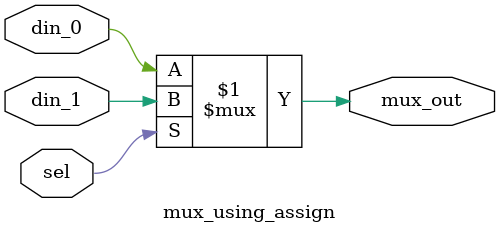
<source format=v>
module  mux_using_assign(
din_0      , 
din_1      , 
sel        , 
mux_out      
);
input din_0, din_1, sel ;
output mux_out;
wire  mux_out;
assign mux_out = (sel) ? din_1 : din_0;

endmodule 

</source>
